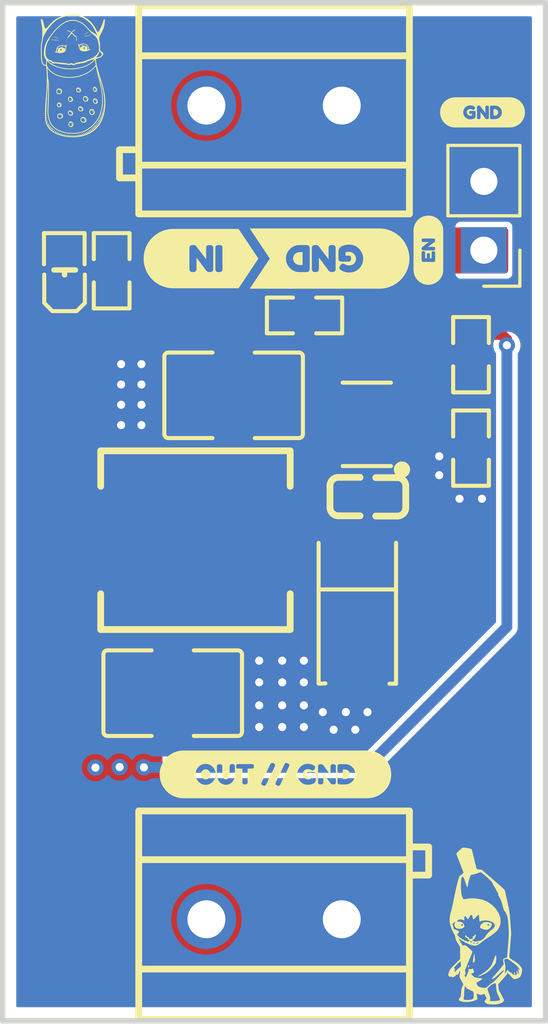
<source format=kicad_pcb>
(kicad_pcb (version 20241229) (generator "pcbnew") (generator_version "9.0")
  (layers (0 "F.Cu" signal) (2 "B.Cu" signal) (13 "F.Paste" user) (15 "B.Paste" user) (5 "F.SilkS" user "F.Silkscreen") (7 "B.SilkS" user "B.Silkscreen") (1 "F.Mask" user) (3 "B.Mask" user) (25 "Edge.Cuts" user))
  (net 0 "")
  (net 1 "/BS")
  (net 2 "/IN")
  (net 3 "/GND")
  (net 4 "/12V")
  (net 5 "/FB")
  (net 6 "/EN")
  (net 7 "Net-(LED1-A)")
  (footprint "easyeda2kicad:CONN-TH_P5.00_KF301-5.0-2P" (layer "F.Cu") (at 119.475 51.1)
    (property "Reference" "U2" (hide yes))
    (property "Value" "OUTPUT" (hide yes))
    (pad "1" thru_hole circle (at -2.5 0) (size 2.2 2.2) (drill 1.399997) (layers "*.Cu" "*.Mask") (net 4 "/12V"))
    (pad "2" thru_hole circle (at 2.5 0) (size 2.2 2.2) (drill 1.399997) (layers "*.Cu" "*.Mask") (net 3 "/GND"))
  )
  (footprint "easyeda2kicad:IND-SMD_L7.0-W6.6_0630CDMCCDS" (layer "F.Cu") (at 116.57 37.1)
    (property "Reference" "L1" (hide yes))
    (property "Value" "10uH" (hide yes))
    (pad "1" smd rect (at -3.03 0) (size 2.35 3.5) (layers "F.Cu" "F.Mask" "F.Paste") (net 4 "/12V"))
    (pad "2" smd rect (at 3.03 0) (size 2.35 3.5) (layers "F.Cu" "F.Mask" "F.Paste") (net 4 "/12V"))
  )
  (footprint "easyeda2kicad:R0603" (layer "F.Cu") (at 113.475 27.15 -90)
    (property "Reference" "R4" (hide yes))
    (property "Value" "R1" (hide yes))
    (pad "1" smd rect (at -0.75 0 270) (size 0.81 0.86) (layers "F.Cu" "F.Mask" "F.Paste") (net 7 "Net-(LED1-A)"))
    (pad "2" smd rect (at 0.75 0 270) (size 0.81 0.86) (layers "F.Cu" "F.Mask" "F.Paste") (net 2 "/IN"))
  )
  (footprint "kibuzzard-67E9F3C6" (layer "F.Cu") (at 125.175 26.39 90)
    (property "Reference" "kibuzzard-67E9F3C6" (hide yes))
    (property "Value" "G***" (hide yes))
  )
  (footprint "easyeda2kicad:C0603" (layer "F.Cu") (at 122.95 35.5)
    (property "Reference" "C1" (hide yes))
    (property "Value" "1uF 25V" (hide yes))
    (pad "1" smd rect (at -0.7 0) (size 0.8 0.9) (layers "F.Cu" "F.Mask" "F.Paste") (net 4 "/12V"))
    (pad "2" smd rect (at 0.7 0) (size 0.8 0.9) (layers "F.Cu" "F.Mask" "F.Paste") (net 1 "/BS"))
  )
  (footprint "easyeda2kicad:SOT-23-6_L2.9-W1.6-P0.95-LS2.8-BL" (layer "F.Cu") (at 122.9 32.8225 90)
    (property "Reference" "U1" (hide yes))
    (property "Value" "ME3116" (hide yes))
    (pad "1" smd rect (at -0.95 1.15 90) (size 0.53 1.07) (layers "F.Cu" "F.Mask" "F.Paste") (net 1 "/BS"))
    (pad "2" smd rect (at 0 1.15 90) (size 0.53 1.07) (layers "F.Cu" "F.Mask" "F.Paste") (net 3 "/GND"))
    (pad "3" smd rect (at 0.95 1.15 90) (size 0.53 1.07) (layers "F.Cu" "F.Mask" "F.Paste") (net 5 "/FB"))
    (pad "4" smd rect (at 0.95 -1.15 90) (size 0.53 1.07) (layers "F.Cu" "F.Mask" "F.Paste") (net 6 "/EN"))
    (pad "5" smd rect (at 0 -1.15 90) (size 0.53 1.07) (layers "F.Cu" "F.Mask" "F.Paste") (net 2 "/IN"))
    (pad "6" smd rect (at -0.95 -1.15 90) (size 0.53 1.07) (layers "F.Cu" "F.Mask" "F.Paste") (net 4 "/12V"))
  )
  (footprint "easyeda2kicad:LED0603-R-RD" (layer "F.Cu") (at 111.725 27.2 90)
    (property "Reference" "LED1" (hide yes))
    (property "Value" "GREEN" (hide yes))
    (pad "1" smd rect (at 0.85 0 180) (size 0.8 0.8) (layers "F.Cu" "F.Mask" "F.Paste") (net 7 "Net-(LED1-A)"))
    (pad "2" smd rect (at -0.85 0 180) (size 0.8 0.8) (layers "F.Cu" "F.Mask" "F.Paste") (net 3 "/GND"))
  )
  (footprint "LOGO" (layer "F.Cu") (at 127.359413 51.375432)
    (property "Reference" "G***" (hide yes))
    (property "Value" "LOGO" (hide yes))
  )
  (footprint "kibuzzard-67E9F36D" (layer "F.Cu") (at 121.525 26.7 180)
    (property "Reference" "kibuzzard-67E9F36D" (hide yes))
    (property "Value" "G***" (hide yes))
  )
  (footprint "LOGO" (layer "F.Cu") (at 113.241622 19.102597 180)
    (property "Reference" "G***" (hide yes))
    (property "Value" "LOGO" (hide yes))
  )
  (footprint "easyeda2kicad:SMA_L4.3-W2.6-LS5.2-RD" (layer "F.Cu") (at 122.55 39.8 -90)
    (property "Reference" "D1" (hide yes))
    (property "Value" "SS34" (hide yes))
    (pad "1" smd rect (at -2.2 0 90) (size 2 2) (layers "F.Cu" "F.Mask" "F.Paste") (net 4 "/12V"))
    (pad "2" smd rect (at 2.2 0 90) (size 2 2) (layers "F.Cu" "F.Mask" "F.Paste") (net 3 "/GND"))
  )
  (footprint "easyeda2kicad:C1210" (layer "F.Cu") (at 117.98 31.75)
    (property "Reference" "C2" (hide yes))
    (property "Value" "10uF 50V" (hide yes))
    (pad "1" smd rect (at -1.52 0) (size 1.63 2.7) (layers "F.Cu" "F.Mask" "F.Paste") (net 3 "/GND"))
    (pad "2" smd rect (at 1.52 0) (size 1.63 2.7) (layers "F.Cu" "F.Mask" "F.Paste") (net 2 "/IN"))
  )
  (footprint "easyeda2kicad:C1210" (layer "F.Cu") (at 115.73 42.75 180)
    (property "Reference" "C3" (hide yes))
    (property "Value" "22uF 25V" (hide yes))
    (pad "1" smd rect (at -1.52 0 180) (size 1.63 2.7) (layers "F.Cu" "F.Mask" "F.Paste") (net 3 "/GND"))
    (pad "2" smd rect (at 1.52 0 180) (size 1.63 2.7) (layers "F.Cu" "F.Mask" "F.Paste") (net 4 "/12V"))
  )
  (footprint "kibuzzard-67E9F43B" (layer "F.Cu") (at 127.175 21.3)
    (property "Reference" "kibuzzard-67E9F43B" (hide yes))
    (property "Value" "G***" (hide yes))
  )
  (footprint "Connector_PinHeader_2.54mm:PinHeader_1x02_P2.54mm_Vertical" (layer "F.Cu") (at 127.225 26.39 180)
    (property "Reference" "J1" (hide yes))
    (property "Value" "ENABLE" (hide yes))
    (pad "1" thru_hole rect (at 0 0 180) (size 1.7 1.7) (drill 1) (layers "*.Cu" "*.Mask") (net 6 "/EN"))
    (pad "2" thru_hole oval (at 0 2.54 180) (size 1.7 1.7) (drill 1) (layers "*.Cu" "*.Mask") (net 3 "/GND"))
  )
  (footprint "easyeda2kicad:R0603" (layer "F.Cu") (at 126.75 33.7 90)
    (property "Reference" "R2" (hide yes))
    (property "Value" "R1" (hide yes))
    (pad "1" smd rect (at -0.75 0 90) (size 0.81 0.86) (layers "F.Cu" "F.Mask" "F.Paste") (net 3 "/GND"))
    (pad "2" smd rect (at 0.75 0 90) (size 0.81 0.86) (layers "F.Cu" "F.Mask" "F.Paste") (net 5 "/FB"))
  )
  (footprint "easyeda2kicad:R0603" (layer "F.Cu") (at 126.75 30.25 90)
    (property "Reference" "R1" (hide yes))
    (property "Value" "R1" (hide yes))
    (pad "1" smd rect (at -0.75 0 90) (size 0.81 0.86) (layers "F.Cu" "F.Mask" "F.Paste") (net 5 "/FB"))
    (pad "2" smd rect (at 0.75 0 90) (size 0.81 0.86) (layers "F.Cu" "F.Mask" "F.Paste") (net 4 "/12V"))
  )
  (footprint "kibuzzard-67E9F317" (layer "F.Cu") (at 116.775 26.7 180)
    (property "Reference" "kibuzzard-67E9F317" (hide yes))
    (property "Value" "G***" (hide yes))
  )
  (footprint "easyeda2kicad:R0603" (layer "F.Cu") (at 120.6 28.8)
    (property "Reference" "R3" (hide yes))
    (property "Value" "R1" (hide yes))
    (pad "1" smd rect (at -0.75 0) (size 0.81 0.86) (layers "F.Cu" "F.Mask" "F.Paste") (net 2 "/IN"))
    (pad "2" smd rect (at 0.75 0) (size 0.81 0.86) (layers "F.Cu" "F.Mask" "F.Paste") (net 6 "/EN"))
  )
  (footprint "kibuzzard-67E9F466" (layer "F.Cu") (at 119.525 45.75)
    (property "Reference" "kibuzzard-67E9F466" (hide yes))
    (property "Value" "G***" (hide yes))
  )
  (footprint "easyeda2kicad:CONN-TH_P5.00_KF301-5.0-2P" (layer "F.Cu") (at 119.475 21.05 180)
    (property "Reference" "U3" (hide yes))
    (property "Value" "INPUT" (hide yes))
    (pad "1" thru_hole circle (at -2.5 0 180) (size 2.2 2.2) (drill 1.399997) (layers "*.Cu" "*.Mask") (net 3 "/GND"))
    (pad "2" thru_hole circle (at 2.5 0 180) (size 2.2 2.2) (drill 1.399997) (layers "*.Cu" "*.Mask") (net 2 "/IN"))
  )
  (gr_rect (start 109.45 17.25) (end 129.5 54.85) (stroke (width 0.2)) (fill no) (layer "Edge.Cuts"))
  (segment (start 111.725 28.05) (end 111.725 29.35) (width 0.4) (layer "F.Cu") (net 3))
  (segment (start 111.725 29.35) (end 112.975 30.6) (width 0.4) (layer "F.Cu") (net 3))
  (segment (start 112.975 30.6) (end 113.825 30.6) (width 0.4) (layer "F.Cu") (net 3))
  (via (at 122.125 43.45) (size 0.6) (drill 0.3) (layers "F.Cu" "B.Cu") (net 3))
  (via (at 113.825 31.35) (size 0.6) (drill 0.3) (layers "F.Cu" "B.Cu") (net 3))
  (via (at 121.675 44.1) (size 0.6) (drill 0.3) (layers "F.Cu" "B.Cu") (net 3))
  (via (at 119.775 43.2) (size 0.6) (drill 0.3) (layers "F.Cu" "B.Cu") (net 3))
  (via (at 122.925 43.45) (size 0.6) (drill 0.3) (layers "F.Cu" "B.Cu") (net 3))
  (via (at 126.325 35.57) (size 0.6) (drill 0.3) (layers "F.Cu" "B.Cu") (net 3))
  (via (at 114.575 32.1) (size 0.6) (drill 0.3) (layers "F.Cu" "B.Cu") (net 3))
  (via (at 114.575 32.85) (size 0.6) (drill 0.3) (layers "F.Cu" "B.Cu") (net 3))
  (via (at 127.155 35.57) (size 0.6) (drill 0.3) (layers "F.Cu" "B.Cu") (net 3))
  (via (at 120.575 44) (size 0.6) (drill 0.3) (layers "F.Cu" "B.Cu") (net 3))
  (via (at 120.575 43.2) (size 0.6) (drill 0.3) (layers "F.Cu" "B.Cu") (net 3))
  (via (at 119.775 44) (size 0.6) (drill 0.3) (layers "F.Cu" "B.Cu") (net 3))
  (via (at 118.925 43.2) (size 0.6) (drill 0.3) (layers "F.Cu" "B.Cu") (net 3))
  (via (at 125.575 34.7) (size 0.6) (drill 0.3) (layers "F.Cu" "B.Cu") (net 3))
  (via (at 122.475 44.1) (size 0.6) (drill 0.3) (layers "F.Cu" "B.Cu") (net 3))
  (via (at 114.575 30.6) (size 0.6) (drill 0.3) (layers "F.Cu" "B.Cu") (net 3))
  (via (at 118.925 42.35) (size 0.6) (drill 0.3) (layers "F.Cu" "B.Cu") (net 3))
  (via (at 121.275 43.45) (size 0.6) (drill 0.3) (layers "F.Cu" "B.Cu") (net 3))
  (via (at 114.575 31.35) (size 0.6) (drill 0.3) (layers "F.Cu" "B.Cu") (net 3))
  (via (at 125.575 34) (size 0.6) (drill 0.3) (layers "F.Cu" "B.Cu") (net 3))
  (via (at 120.575 41.55) (size 0.6) (drill 0.3) (layers "F.Cu" "B.Cu") (net 3))
  (via (at 113.825 32.85) (size 0.6) (drill 0.3) (layers "F.Cu" "B.Cu") (net 3))
  (via (at 118.925 44) (size 0.6) (drill 0.3) (layers "F.Cu" "B.Cu") (net 3))
  (via (at 119.775 42.35) (size 0.6) (drill 0.3) (layers "F.Cu" "B.Cu") (net 3))
  (via (at 113.825 32.1) (size 0.6) (drill 0.3) (layers "F.Cu" "B.Cu") (net 3))
  (via (at 113.825 30.6) (size 0.6) (drill 0.3) (layers "F.Cu" "B.Cu") (net 3))
  (via (at 118.925 41.55) (size 0.6) (drill 0.3) (layers "F.Cu" "B.Cu") (net 3))
  (via (at 120.575 42.35) (size 0.6) (drill 0.3) (layers "F.Cu" "B.Cu") (net 3))
  (via (at 119.775 41.55) (size 0.6) (drill 0.3) (layers "F.Cu" "B.Cu") (net 3))
  (segment (start 128.075 29.9) (end 128.075 29.7) (width 0.4) (layer "F.Cu") (net 4))
  (segment (start 127.875 29.5) (end 126.75 29.5) (width 0.4) (layer "F.Cu") (net 4))
  (segment (start 128.075 29.7) (end 127.875 29.5) (width 0.4) (layer "F.Cu") (net 4))
  (via (at 113.77 45.48) (size 0.6) (drill 0.3) (layers "F.Cu" "B.Cu") (net 4))
  (via (at 112.875 45.5) (size 0.6) (drill 0.3) (layers "F.Cu" "B.Cu") (net 4))
  (via (at 128.075 29.9) (size 0.6) (drill 0.3) (layers "F.Cu" "B.Cu") (net 4))
  (via (at 114.665 45.49) (size 0.6) (drill 0.3) (layers "F.Cu" "B.Cu") (net 4))
  (segment (start 122.885 45.49) (end 114.665 45.49) (width 0.4) (layer "B.Cu") (net 4))
  (segment (start 128.075 29.9) (end 128.075 40.3) (width 0.4) (layer "B.Cu") (net 4))
  (segment (start 128.075 40.3) (end 122.885 45.49) (width 0.4) (layer "B.Cu") (net 4))
  (segment (start 113.425 26.35) (end 113.475 26.4) (width 0.2) (layer "F.Cu") (net 7))
  (segment (start 111.725 26.35) (end 113.425 26.35) (width 0.4) (layer "F.Cu") (net 7))
  (zone (net 6) (net_name "/EN") (layer "F.Cu") (priority 7) (connect_pads yes (clearance 0.1)) (min_thickness 0.25) (fill yes (thermal_gap 0.5) (thermal_bridge_width 0.5))
    (polygon (pts (xy 128.125 25.55) (xy 122.55 25.55) (xy 120.9 27.2) (xy 120.9 29.35) (xy 122.4 29.35) (xy 122.4 28.075) (xy 123.225 27.25) (xy 128.125 27.25)))
  )
  (zone (net 3) (net_name "/GND") (layer "F.Cu") (priority 11) (connect_pads yes (clearance 0.1)) (min_thickness 0.25) (fill yes (thermal_gap 0.5) (thermal_bridge_width 0.5))
    (polygon (pts (xy 117.475 29.85) (xy 117.475 33.6) (xy 113.9625 33.6) (xy 113.225 32.8625) (xy 113.225 30.353125) (xy 113.728125 29.85)))
  )
  (zone (net 3) (net_name "/GND") (layer "F.Cu") (priority 10) (connect_pads yes (clearance 0.1)) (min_thickness 0.25) (fill yes (thermal_gap 0.5) (thermal_bridge_width 0.5))
    (polygon (pts (xy 123.475 32.5) (xy 123.475 33.1) (xy 124.675 33.1) (xy 125.075 33.5) (xy 125.075 35.245) (xy 125.83 36) (xy 127.575 36) (xy 127.575 33.9) (xy 126.1375 33.9) (xy 125.875 33.6375) (xy 125.875 32.85) (xy 125.525 32.5)))
  )
  (zone (net 4) (net_name "/12V") (layer "F.Cu") (priority 4) (connect_pads yes (clearance 0.1)) (min_thickness 0.25) (fill yes (thermal_gap 0.5) (thermal_bridge_width 0.5))
    (polygon (pts (xy 112.2 35.15) (xy 114.8 35.15) (xy 114.8 41.05) (xy 115.35 41.05) (xy 115.35 44.5) (xy 112.2 44.5)))
  )
  (zone (net 2) (net_name "/IN") (layer "F.Cu") (connect_pads yes (clearance 0.1)) (min_thickness 0.25) (fill yes (thermal_gap 0.5) (thermal_bridge_width 0.5))
    (polygon (pts (xy 118.6 28) (xy 120.5 28) (xy 120.5 32.5) (xy 122.3 32.5) (xy 122.3 33.15) (xy 118.6 33.15)))
  )
  (zone (net 1) (net_name "/BS") (layer "F.Cu") (priority 3) (connect_pads yes (clearance 0.1)) (min_thickness 0.25) (fill yes (thermal_gap 0.5) (thermal_bridge_width 0.5))
    (polygon (pts (xy 123.45 33.45) (xy 124.65 33.45) (xy 124.65 36.1) (xy 123.15 36.1) (xy 123.15 34.65) (xy 123.45 34.65)))
  )
  (zone (net 6) (net_name "/EN") (layer "F.Cu") (priority 5) (connect_pads yes (clearance 0.1)) (min_thickness 0.25) (fill yes (thermal_gap 0.5) (thermal_bridge_width 0.5))
    (polygon (pts (xy 120.9 28) (xy 120.9 30.1) (xy 120.9 31.15) (xy 120.9 31.9375) (xy 121.1625 32.2) (xy 122.4 32.2) (xy 122.4 28)))
  )
  (zone (net 2) (net_name "/IN") (layer "F.Cu") (priority 12) (connect_pads yes (clearance 0.1)) (min_thickness 0.25) (fill yes (thermal_gap 0.5) (thermal_bridge_width 0.5))
    (polygon (pts (xy 115.575 27.05) (xy 117.625 29.1) (xy 117.95625 29.1) (xy 118.6 29.74375) (xy 118.6 33.15) (xy 120.525 33.15) (xy 120.508399 26.594909) (xy 119.503557 25.6) (xy 118.90625 25.6) (xy 118.375 25.06875) (xy 118.375 19.6) (xy 115.575 19.6)))
  )
  (zone (net 4) (net_name "/12V") (layer "F.Cu") (priority 1) (connect_pads yes (clearance 0.1)) (min_thickness 0.25) (fill yes (thermal_gap 0.5) (thermal_bridge_width 0.5))
    (polygon (pts (xy 121.15 33.45) (xy 122.35 33.45) (xy 122.35 35) (xy 122.7 35) (xy 122.7 36.5) (xy 123.65 36.5) (xy 123.65 38.7) (xy 120.85 38.7) (xy 120.85 38.9) (xy 118.35 38.9) (xy 118.35 35.25) (xy 121.15 35.25)))
  )
  (zone (net 2) (net_name "/IN") (layer "F.Cu") (priority 13) (connect_pads yes (clearance 0.05)) (min_thickness 0.1) (fill yes (thermal_gap 0.5) (thermal_bridge_width 0.5))
    (polygon (pts (xy 112.975 27.45) (xy 116.075 27.45) (xy 116.975 28.35) (xy 112.975 28.35)))
  )
  (zone (net 4) (net_name "/12V") (layer "F.Cu") (priority 8) (connect_pads yes (clearance 0.1)) (min_thickness 0.25) (fill yes (thermal_gap 0.5) (thermal_bridge_width 0.5))
    (polygon (pts (xy 112.199296 44.3) (xy 112.214486 48.613873) (xy 116.164495 52.55) (xy 117.916124 52.55) (xy 118.5 51.966124) (xy 118.5 48.625) (xy 115.975 46.1) (xy 115.35 46.1) (xy 115.35 44.3)))
  )
  (zone (net 3) (net_name "/GND") (layer "F.Cu") (priority 6) (connect_pads yes (clearance 0.1)) (min_thickness 0.25) (fill yes (thermal_gap 0.5) (thermal_bridge_width 0.5))
    (polygon (pts (xy 116.4 40.95) (xy 116.4 44.55) (xy 122.7625 44.55) (xy 123.9 43.4125) (xy 123.9 40.95)))
  )
  (zone (net 5) (net_name "/FB") (layer "F.Cu") (priority 2) (connect_pads yes (clearance 0.1)) (min_thickness 0.25) (fill yes (thermal_gap 0.5) (thermal_bridge_width 0.5))
    (polygon (pts (xy 126.3 30.55) (xy 127.2 30.55) (xy 127.2 33.4) (xy 126.3 33.4) (xy 126.3 32.2) (xy 123.45 32.2) (xy 123.45 31.55) (xy 126.3 31.55)))
  )
  (zone (net 3) (net_name "/GND") (layer "B.Cu") (priority 9) (connect_pads yes (clearance 0.05)) (min_thickness 0.1) (fill yes (thermal_gap 0.5) (thermal_bridge_width 0.5))
    (polygon (pts (xy 109.525 17.35) (xy 129.525 17.35) (xy 129.525 54.85) (xy 109.525 54.85)))
  )
)
</source>
